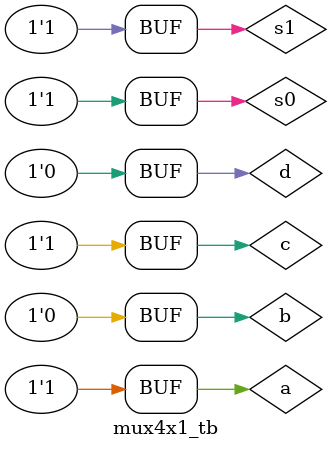
<source format=v>


module mux4x1_tb();
reg a,b,c,d,s0,s1;
wire y;
mux4x1dataflow dut(.a(a),.b(b),.c(c),.d(d),.y(y),.s0(s0),.s1(s1));
initial begin 
a=1;
b=0;
c=1;
d=0;
s0=1'b0;
s1=1'b0;
#20
s0=1'b0;
s1=1'b1;
#20
s0=1'b1;
s1=1'b0;
#20
s0=1'b1;
s1=1'b1;
#20;
end
endmodule

</source>
